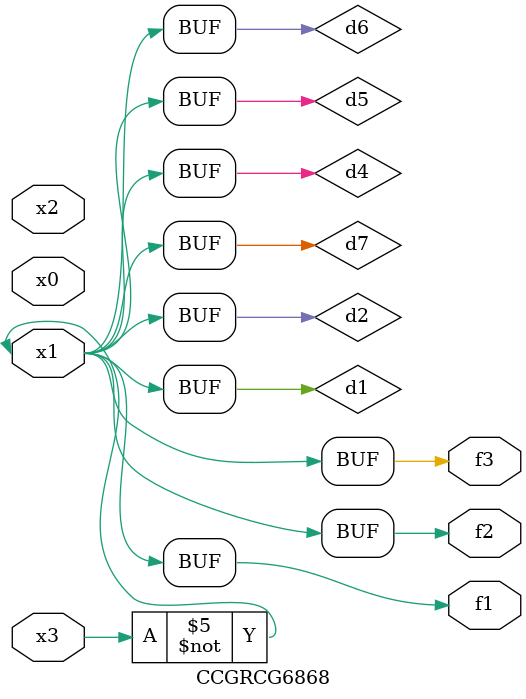
<source format=v>
module CCGRCG6868(
	input x0, x1, x2, x3,
	output f1, f2, f3
);

	wire d1, d2, d3, d4, d5, d6, d7;

	not (d1, x3);
	buf (d2, x1);
	xnor (d3, d1, d2);
	nor (d4, d1);
	buf (d5, d1, d2);
	buf (d6, d4, d5);
	nand (d7, d4);
	assign f1 = d6;
	assign f2 = d7;
	assign f3 = d6;
endmodule

</source>
